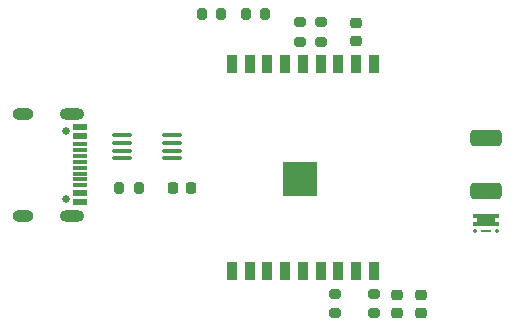
<source format=gts>
%TF.GenerationSoftware,KiCad,Pcbnew,8.0.6*%
%TF.CreationDate,2024-12-09T16:08:49+11:00*%
%TF.ProjectId,PropellerLampMate,50726f70-656c-46c6-9572-4c616d704d61,rev?*%
%TF.SameCoordinates,Original*%
%TF.FileFunction,Soldermask,Top*%
%TF.FilePolarity,Negative*%
%FSLAX46Y46*%
G04 Gerber Fmt 4.6, Leading zero omitted, Abs format (unit mm)*
G04 Created by KiCad (PCBNEW 8.0.6) date 2024-12-09 16:08:49*
%MOMM*%
%LPD*%
G01*
G04 APERTURE LIST*
G04 Aperture macros list*
%AMRoundRect*
0 Rectangle with rounded corners*
0 $1 Rounding radius*
0 $2 $3 $4 $5 $6 $7 $8 $9 X,Y pos of 4 corners*
0 Add a 4 corners polygon primitive as box body*
4,1,4,$2,$3,$4,$5,$6,$7,$8,$9,$2,$3,0*
0 Add four circle primitives for the rounded corners*
1,1,$1+$1,$2,$3*
1,1,$1+$1,$4,$5*
1,1,$1+$1,$6,$7*
1,1,$1+$1,$8,$9*
0 Add four rect primitives between the rounded corners*
20,1,$1+$1,$2,$3,$4,$5,0*
20,1,$1+$1,$4,$5,$6,$7,0*
20,1,$1+$1,$6,$7,$8,$9,0*
20,1,$1+$1,$8,$9,$2,$3,0*%
%AMFreePoly0*
4,1,15,1.100000,0.175000,0.750000,0.175000,0.750000,-0.175000,1.100000,-0.175000,1.100000,-0.475000,0.750000,-0.475000,-0.750000,-0.475000,-1.100000,-0.475000,-1.100000,-0.175000,-0.750000,-0.175000,-0.750000,0.175000,-1.100000,0.175000,-1.100000,0.475000,1.100000,0.475000,1.100000,0.175000,1.100000,0.175000,$1*%
G04 Aperture macros list end*
%ADD10RoundRect,0.225000X0.250000X-0.225000X0.250000X0.225000X-0.250000X0.225000X-0.250000X-0.225000X0*%
%ADD11RoundRect,0.200000X0.275000X-0.200000X0.275000X0.200000X-0.275000X0.200000X-0.275000X-0.200000X0*%
%ADD12RoundRect,0.200000X-0.200000X-0.275000X0.200000X-0.275000X0.200000X0.275000X-0.200000X0.275000X0*%
%ADD13C,0.650000*%
%ADD14R,1.240000X0.600000*%
%ADD15R,1.240000X0.300000*%
%ADD16O,2.100000X1.000000*%
%ADD17O,1.800000X1.000000*%
%ADD18RoundRect,0.225000X0.225000X0.250000X-0.225000X0.250000X-0.225000X-0.250000X0.225000X-0.250000X0*%
%ADD19RoundRect,0.200000X-0.275000X0.200000X-0.275000X-0.200000X0.275000X-0.200000X0.275000X0.200000X0*%
%ADD20RoundRect,0.225000X-0.250000X0.225000X-0.250000X-0.225000X0.250000X-0.225000X0.250000X0.225000X0*%
%ADD21RoundRect,0.100000X0.712500X0.100000X-0.712500X0.100000X-0.712500X-0.100000X0.712500X-0.100000X0*%
%ADD22RoundRect,0.200000X0.200000X0.275000X-0.200000X0.275000X-0.200000X-0.275000X0.200000X-0.275000X0*%
%ADD23R,0.900000X1.500000*%
%ADD24C,0.600000*%
%ADD25R,2.900000X2.900000*%
%ADD26FreePoly0,0.000000*%
%ADD27RoundRect,0.075000X-0.100000X-0.075000X0.100000X-0.075000X0.100000X0.075000X-0.100000X0.075000X0*%
%ADD28RoundRect,0.058750X-0.376250X-0.058750X0.376250X-0.058750X0.376250X0.058750X-0.376250X0.058750X0*%
%ADD29RoundRect,0.250000X1.075000X-0.425000X1.075000X0.425000X-1.075000X0.425000X-1.075000X-0.425000X0*%
G04 APERTURE END LIST*
D10*
%TO.C,C101*%
X176000000Y-47525000D03*
X176000000Y-45975000D03*
%TD*%
D11*
%TO.C,R108*%
X171250000Y-47575000D03*
X171250000Y-45925000D03*
%TD*%
D12*
%TO.C,R105*%
X162925000Y-45200000D03*
X164575000Y-45200000D03*
%TD*%
D13*
%TO.C,J101*%
X151480000Y-55110000D03*
X151480000Y-60890000D03*
D14*
X152600000Y-54800000D03*
X152600000Y-55600000D03*
D15*
X152600000Y-56750000D03*
X152600000Y-57750000D03*
X152600000Y-58250000D03*
X152600000Y-59250000D03*
D14*
X152600000Y-60400000D03*
X152600000Y-61200000D03*
X152600000Y-61200000D03*
X152600000Y-60400000D03*
D15*
X152600000Y-59750000D03*
X152600000Y-58750000D03*
X152600000Y-57250000D03*
X152600000Y-56250000D03*
D14*
X152600000Y-55600000D03*
X152600000Y-54800000D03*
D16*
X152000000Y-53680000D03*
D17*
X147800000Y-53680000D03*
D16*
X152000000Y-62320000D03*
D17*
X147800000Y-62320000D03*
%TD*%
D18*
%TO.C,C102*%
X162075001Y-60000000D03*
X160525001Y-60000000D03*
%TD*%
D11*
%TO.C,R102*%
X177500000Y-70575000D03*
X177500000Y-68925000D03*
%TD*%
D19*
%TO.C,R107*%
X173000000Y-45925000D03*
X173000000Y-47575000D03*
%TD*%
D20*
%TO.C,C103*%
X179500000Y-69000000D03*
X179500000Y-70550000D03*
%TD*%
D11*
%TO.C,R103*%
X174250000Y-70575000D03*
X174250000Y-68925000D03*
%TD*%
D21*
%TO.C,U103*%
X160412501Y-57475000D03*
X160412501Y-56825000D03*
X160412501Y-56175000D03*
X160412501Y-55525000D03*
X156187501Y-55525000D03*
X156187501Y-56175000D03*
X156187501Y-56825000D03*
X156187501Y-57475000D03*
%TD*%
D20*
%TO.C,C104*%
X181500000Y-69000000D03*
X181500000Y-70550000D03*
%TD*%
D22*
%TO.C,R106*%
X168325000Y-45200000D03*
X166675000Y-45200000D03*
%TD*%
D23*
%TO.C,U104*%
X177500000Y-49500000D03*
X176000000Y-49500000D03*
X174500000Y-49500000D03*
X173000000Y-49500000D03*
X171500000Y-49500000D03*
X170000000Y-49500000D03*
X168500000Y-49500000D03*
X167000000Y-49500000D03*
X165500000Y-49500000D03*
X165500000Y-67000000D03*
X167000000Y-67000000D03*
X168500000Y-67000000D03*
X170000000Y-67000000D03*
X171500000Y-67000000D03*
X173000000Y-67000000D03*
X174500000Y-67000000D03*
X176000000Y-67000000D03*
X177500000Y-67000000D03*
D24*
X171850000Y-58110000D03*
X170750000Y-58110000D03*
X172400000Y-58660000D03*
X171300000Y-58660000D03*
X170200000Y-58660000D03*
X171850000Y-59210000D03*
D25*
X171300000Y-59210000D03*
D24*
X170750000Y-59210000D03*
X172400000Y-59760000D03*
X171300000Y-59760000D03*
X170200000Y-59760000D03*
X171850000Y-60310000D03*
X170750000Y-60310000D03*
%TD*%
D26*
%TO.C,U102*%
X187000000Y-62675000D03*
D27*
X186075000Y-63650000D03*
D28*
X187040000Y-63650000D03*
D27*
X187925000Y-63650000D03*
%TD*%
D12*
%TO.C,R101*%
X155975001Y-60000000D03*
X157625001Y-60000000D03*
%TD*%
D29*
%TO.C,D101*%
X187000000Y-60250000D03*
X187000000Y-55750000D03*
%TD*%
M02*

</source>
